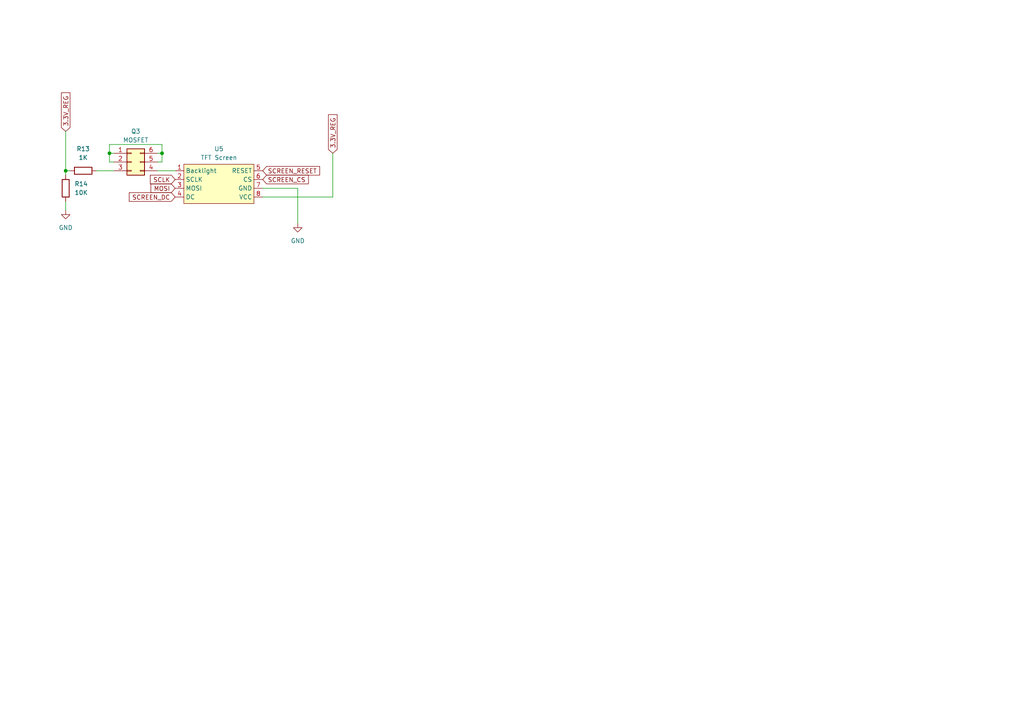
<source format=kicad_sch>
(kicad_sch (version 20250114) (generator "eeschema") (generator_version "9.0")
  (paper "A4")
  (lib_symbols
    (symbol "Connector_Generic:Conn_02x03_Counter_Clockwise" (pin_names (offset 1.016) (hide yes))
      (property "Reference" "J" (at 1.27 5.08 0))
      (property "Value" "Conn_02x03_Counter_Clockwise" (at 1.27 -5.08 0))
      (symbol "Conn_02x03_Counter_Clockwise_1_1"
        (rectangle (start -1.27 3.81) (end 3.81 -3.81) (stroke (width 0.254)) (fill (type background)))
        (rectangle (start -1.27 2.667) (end 0 2.413) (stroke (width 0.1524)))
        (rectangle (start -1.27 0.127) (end 0 -0.127) (stroke (width 0.1524)))
        (rectangle (start -1.27 -2.413) (end 0 -2.667) (stroke (width 0.1524)))
        (rectangle (start 3.81 2.667) (end 2.54 2.413) (stroke (width 0.1524)))
        (rectangle (start 3.81 0.127) (end 2.54 -0.127) (stroke (width 0.1524)))
        (rectangle (start 3.81 -2.413) (end 2.54 -2.667) (stroke (width 0.1524)))
        (pin passive line (at -5.08 2.54 0) (length 3.81) (name "Pin_1") (number "1"))
        (pin passive line (at -5.08 0 0) (length 3.81) (name "Pin_2") (number "2"))
        (pin passive line (at -5.08 -2.54 0) (length 3.81) (name "Pin_3") (number "3"))
        (pin passive line (at 7.62 2.54 180) (length 3.81) (name "Pin_6") (number "6"))
        (pin passive line (at 7.62 0 180) (length 3.81) (name "Pin_5") (number "5"))
        (pin passive line (at 7.62 -2.54 180) (length 3.81) (name "Pin_4") (number "4"))
      )
    )
    (symbol "Device:R" (pin_numbers (hide yes)) (pin_names (offset 0))
      (property "Reference" "R" (at 2.032 0 90))
      (property "Value" "R" (at 0 0 90))
      (symbol "R_0_1"
        (rectangle (start -1.016 -2.54) (end 1.016 2.54) (stroke (width 0.254)))
      )
      (symbol "R_1_1"
        (pin passive line (at 0 3.81 270) (length 1.27) (name "~") (number "1"))
        (pin passive line (at 0 -3.81 90) (length 1.27) (name "~") (number "2"))
      )
    )
    (symbol "NovaPlay_symbols:TFT_screen_1.44inch"
      (property "Reference" "U" (at 0 1.778 0))
      (property "Value" "TFT Screen" (at 0 0.254 0))
      (symbol "TFT_screen_1.44inch_1_1"
        (rectangle (start -10.16 -0.635) (end 10.16 -12.065) (fill (type background)))
        (pin input line (at -12.7 -2.54 0) (length 2.54) (name "Backlight") (number "1"))
        (pin input line (at -12.7 -5.08 0) (length 2.54) (name "SCLK") (number "2"))
        (pin input line (at -12.7 -7.62 0) (length 2.54) (name "MOSI") (number "3"))
        (pin input line (at -12.7 -10.16 0) (length 2.54) (name "DC") (number "4"))
        (pin input line (at 12.7 -2.54 180) (length 2.54) (name "RESET") (number "5"))
        (pin input line (at 12.7 -5.08 180) (length 2.54) (name "CS") (number "6"))
        (pin input line (at 12.7 -7.62 180) (length 2.54) (name "GND") (number "7"))
        (pin input line (at 12.7 -10.16 180) (length 2.54) (name "VCC") (number "8"))
      )
    )
    (symbol "power:GND" (power) (pin_numbers (hide yes)) (pin_names (offset 0) (hide yes))
      (property "Value" "GND" (at 0 -3.81 0))
      (symbol "GND_0_1"
        (polyline (pts (xy 0 0) (xy 0 -1.27) (xy 1.27 -1.27) (xy 0 -2.54) (xy -1.27 -1.27) (xy 0 -1.27)))
      )
      (symbol "GND_1_1"
        (pin power_in line (at 0 0 270) (length 0) (name "~") (number "1"))
      )
    )
  )
  (junction (at 19.05 49.53))
  (junction (at 46.99 44.45))
  (junction (at 31.75 44.45))
  (wire (pts (xy 86.36 54.61) (xy 86.36 64.77)))
  (wire (pts (xy 19.05 49.53) (xy 20.32 49.53)))
  (wire (pts (xy 19.05 50.8) (xy 19.05 49.53)))
  (wire (pts (xy 33.02 44.45) (xy 31.75 44.45)))
  (wire (pts (xy 19.05 58.42) (xy 19.05 60.96)))
  (wire (pts (xy 96.52 44.45) (xy 96.52 57.15)))
  (wire (pts (xy 45.72 46.99) (xy 46.99 46.99)))
  (wire (pts (xy 31.75 41.91) (xy 46.99 41.91)))
  (wire (pts (xy 76.2 57.15) (xy 96.52 57.15)))
  (wire (pts (xy 27.94 49.53) (xy 33.02 49.53)))
  (wire (pts (xy 46.99 46.99) (xy 46.99 44.45)))
  (wire (pts (xy 31.75 44.45) (xy 31.75 46.99)))
  (wire (pts (xy 46.99 41.91) (xy 46.99 44.45)))
  (wire (pts (xy 31.75 46.99) (xy 33.02 46.99)))
  (wire (pts (xy 19.05 38.1) (xy 19.05 49.53)))
  (wire (pts (xy 76.2 54.61) (xy 86.36 54.61)))
  (wire (pts (xy 45.72 49.53) (xy 50.8 49.53)))
  (wire (pts (xy 31.75 44.45) (xy 31.75 41.91)))
  (wire (pts (xy 46.99 44.45) (xy 45.72 44.45)))
  (global_label "SCLK" (shape input) (at 50.8 52.07 180) (property "Intersheetrefs" "${INTERSHEET_REFS}" (effects (hide yes))))
  (global_label "SCREEN_DC" (shape input) (at 50.8 57.15 180) (property "Intersheetrefs" "${INTERSHEET_REFS}" (effects (hide yes))))
  (global_label "MOSI" (shape input) (at 50.8 54.61 180) (property "Intersheetrefs" "${INTERSHEET_REFS}" (effects (hide yes))))
  (global_label "SCREEN_RESET" (shape input) (at 76.2 49.53 0) (property "Intersheetrefs" "${INTERSHEET_REFS}" (effects (hide yes))))
  (global_label "3.3V_REG" (shape input) (at 96.52 44.45 90) (property "Intersheetrefs" "${INTERSHEET_REFS}" (effects (hide yes))))
  (global_label "SCREEN_CS" (shape input) (at 76.2 52.07 0) (property "Intersheetrefs" "${INTERSHEET_REFS}" (effects (hide yes))))
  (global_label "3.3V_REG" (shape input) (at 19.05 38.1 90) (property "Intersheetrefs" "${INTERSHEET_REFS}" (effects (hide yes))))
  (symbol (lib_id "power:GND") (at 86.36 64.77 0) (unit 1)
    (property "Reference" "#PWR031" (effects (hide yes)))
    (property "Value" "GND" (at 86.36 69.85 0))
    (property "Description" "Power symbol creates a global label with name \"GND\" , ground" (effects (hide yes)))
  )
  (symbol (lib_id "NovaPlay_symbols:TFT_screen_1.44inch") (at 63.5 46.99 0) (unit 1)
    (property "Reference" "U5" (at 63.5 43.18 0))
    (property "Value" "TFT Screen" (at 63.5 45.72 0))
    (property "Footprint" "Connector_PinSocket_2.54mm:PinSocket_1x08_P2.54mm_Vertical" (effects (hide yes)))
  )
  (symbol (lib_id "Device:R") (at 19.05 54.61 180) (unit 1)
    (property "Reference" "R14" (at 21.59 53.3399 0) (effects (justify right)))
    (property "Value" "10K" (at 21.59 55.8799 0) (effects (justify right)))
    (property "Description" "Resistor" (effects (hide yes)))
  )
  (symbol (lib_id "Device:R") (at 24.13 49.53 90) (unit 1)
    (property "Reference" "R13" (at 24.13 43.18 90))
    (property "Value" "1K" (at 24.13 45.72 90))
    (property "Description" "Resistor" (effects (hide yes)))
  )
  (symbol (lib_id "Connector_Generic:Conn_02x03_Counter_Clockwise") (at 38.1 46.99 0) (unit 1)
    (property "Reference" "Q3" (at 39.37 38.1 0))
    (property "Value" "MOSFET" (at 39.37 40.64 0))
    (property "Description" "Generic connector, double row, 02x03, counter clockwise pin numbering scheme (similar to DIP package numbering), script generated (kicad-library-utils/schlib/autogen/connector/)" (effects (hide yes)))
  )
  (symbol (lib_id "power:GND") (at 19.05 60.96 0) (unit 1)
    (property "Reference" "#PWR030" (effects (hide yes)))
    (property "Value" "GND" (at 19.05 66.04 0))
    (property "Description" "Power symbol creates a global label with name \"GND\" , ground" (effects (hide yes)))
  )
)
</source>
